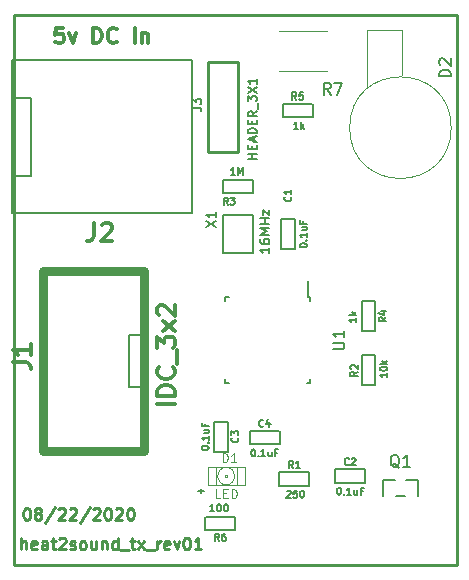
<source format=gbr>
G04 #@! TF.GenerationSoftware,KiCad,Pcbnew,5.1.5-52549c5~86~ubuntu18.04.1*
G04 #@! TF.CreationDate,2020-08-22T22:53:15-07:00*
G04 #@! TF.ProjectId,heat2sound_tx_rev01,68656174-3273-46f7-956e-645f74785f72,rev?*
G04 #@! TF.SameCoordinates,Original*
G04 #@! TF.FileFunction,Legend,Top*
G04 #@! TF.FilePolarity,Positive*
%FSLAX46Y46*%
G04 Gerber Fmt 4.6, Leading zero omitted, Abs format (unit mm)*
G04 Created by KiCad (PCBNEW 5.1.5-52549c5~86~ubuntu18.04.1) date 2020-08-22 22:53:15*
%MOMM*%
%LPD*%
G04 APERTURE LIST*
%ADD10C,0.254000*%
%ADD11C,0.250000*%
%ADD12C,0.304800*%
%ADD13C,0.150000*%
%ADD14C,0.120000*%
%ADD15C,0.127000*%
%ADD16C,0.200660*%
%ADD17C,0.762000*%
%ADD18C,0.101600*%
%ADD19C,0.066040*%
%ADD20C,0.190500*%
%ADD21C,0.088900*%
G04 APERTURE END LIST*
D10*
X152250000Y-144750000D02*
X152250000Y-98250000D01*
X189750000Y-144750000D02*
X152250000Y-144750000D01*
X189750000Y-98250000D02*
X189750000Y-144750000D01*
X152250000Y-98250000D02*
X189750000Y-98250000D01*
D11*
X153321428Y-139952380D02*
X153416666Y-139952380D01*
X153511904Y-140000000D01*
X153559523Y-140047619D01*
X153607142Y-140142857D01*
X153654761Y-140333333D01*
X153654761Y-140571428D01*
X153607142Y-140761904D01*
X153559523Y-140857142D01*
X153511904Y-140904761D01*
X153416666Y-140952380D01*
X153321428Y-140952380D01*
X153226190Y-140904761D01*
X153178571Y-140857142D01*
X153130952Y-140761904D01*
X153083333Y-140571428D01*
X153083333Y-140333333D01*
X153130952Y-140142857D01*
X153178571Y-140047619D01*
X153226190Y-140000000D01*
X153321428Y-139952380D01*
X154226190Y-140380952D02*
X154130952Y-140333333D01*
X154083333Y-140285714D01*
X154035714Y-140190476D01*
X154035714Y-140142857D01*
X154083333Y-140047619D01*
X154130952Y-140000000D01*
X154226190Y-139952380D01*
X154416666Y-139952380D01*
X154511904Y-140000000D01*
X154559523Y-140047619D01*
X154607142Y-140142857D01*
X154607142Y-140190476D01*
X154559523Y-140285714D01*
X154511904Y-140333333D01*
X154416666Y-140380952D01*
X154226190Y-140380952D01*
X154130952Y-140428571D01*
X154083333Y-140476190D01*
X154035714Y-140571428D01*
X154035714Y-140761904D01*
X154083333Y-140857142D01*
X154130952Y-140904761D01*
X154226190Y-140952380D01*
X154416666Y-140952380D01*
X154511904Y-140904761D01*
X154559523Y-140857142D01*
X154607142Y-140761904D01*
X154607142Y-140571428D01*
X154559523Y-140476190D01*
X154511904Y-140428571D01*
X154416666Y-140380952D01*
X155750000Y-139904761D02*
X154892857Y-141190476D01*
X156035714Y-140047619D02*
X156083333Y-140000000D01*
X156178571Y-139952380D01*
X156416666Y-139952380D01*
X156511904Y-140000000D01*
X156559523Y-140047619D01*
X156607142Y-140142857D01*
X156607142Y-140238095D01*
X156559523Y-140380952D01*
X155988095Y-140952380D01*
X156607142Y-140952380D01*
X156988095Y-140047619D02*
X157035714Y-140000000D01*
X157130952Y-139952380D01*
X157369047Y-139952380D01*
X157464285Y-140000000D01*
X157511904Y-140047619D01*
X157559523Y-140142857D01*
X157559523Y-140238095D01*
X157511904Y-140380952D01*
X156940476Y-140952380D01*
X157559523Y-140952380D01*
X158702380Y-139904761D02*
X157845238Y-141190476D01*
X158988095Y-140047619D02*
X159035714Y-140000000D01*
X159130952Y-139952380D01*
X159369047Y-139952380D01*
X159464285Y-140000000D01*
X159511904Y-140047619D01*
X159559523Y-140142857D01*
X159559523Y-140238095D01*
X159511904Y-140380952D01*
X158940476Y-140952380D01*
X159559523Y-140952380D01*
X160178571Y-139952380D02*
X160273809Y-139952380D01*
X160369047Y-140000000D01*
X160416666Y-140047619D01*
X160464285Y-140142857D01*
X160511904Y-140333333D01*
X160511904Y-140571428D01*
X160464285Y-140761904D01*
X160416666Y-140857142D01*
X160369047Y-140904761D01*
X160273809Y-140952380D01*
X160178571Y-140952380D01*
X160083333Y-140904761D01*
X160035714Y-140857142D01*
X159988095Y-140761904D01*
X159940476Y-140571428D01*
X159940476Y-140333333D01*
X159988095Y-140142857D01*
X160035714Y-140047619D01*
X160083333Y-140000000D01*
X160178571Y-139952380D01*
X160892857Y-140047619D02*
X160940476Y-140000000D01*
X161035714Y-139952380D01*
X161273809Y-139952380D01*
X161369047Y-140000000D01*
X161416666Y-140047619D01*
X161464285Y-140142857D01*
X161464285Y-140238095D01*
X161416666Y-140380952D01*
X160845238Y-140952380D01*
X161464285Y-140952380D01*
X162083333Y-139952380D02*
X162178571Y-139952380D01*
X162273809Y-140000000D01*
X162321428Y-140047619D01*
X162369047Y-140142857D01*
X162416666Y-140333333D01*
X162416666Y-140571428D01*
X162369047Y-140761904D01*
X162321428Y-140857142D01*
X162273809Y-140904761D01*
X162178571Y-140952380D01*
X162083333Y-140952380D01*
X161988095Y-140904761D01*
X161940476Y-140857142D01*
X161892857Y-140761904D01*
X161845238Y-140571428D01*
X161845238Y-140333333D01*
X161892857Y-140142857D01*
X161940476Y-140047619D01*
X161988095Y-140000000D01*
X162083333Y-139952380D01*
X152904761Y-143452380D02*
X152904761Y-142452380D01*
X153333333Y-143452380D02*
X153333333Y-142928571D01*
X153285714Y-142833333D01*
X153190476Y-142785714D01*
X153047619Y-142785714D01*
X152952380Y-142833333D01*
X152904761Y-142880952D01*
X154190476Y-143404761D02*
X154095238Y-143452380D01*
X153904761Y-143452380D01*
X153809523Y-143404761D01*
X153761904Y-143309523D01*
X153761904Y-142928571D01*
X153809523Y-142833333D01*
X153904761Y-142785714D01*
X154095238Y-142785714D01*
X154190476Y-142833333D01*
X154238095Y-142928571D01*
X154238095Y-143023809D01*
X153761904Y-143119047D01*
X155095238Y-143452380D02*
X155095238Y-142928571D01*
X155047619Y-142833333D01*
X154952380Y-142785714D01*
X154761904Y-142785714D01*
X154666666Y-142833333D01*
X155095238Y-143404761D02*
X155000000Y-143452380D01*
X154761904Y-143452380D01*
X154666666Y-143404761D01*
X154619047Y-143309523D01*
X154619047Y-143214285D01*
X154666666Y-143119047D01*
X154761904Y-143071428D01*
X155000000Y-143071428D01*
X155095238Y-143023809D01*
X155428571Y-142785714D02*
X155809523Y-142785714D01*
X155571428Y-142452380D02*
X155571428Y-143309523D01*
X155619047Y-143404761D01*
X155714285Y-143452380D01*
X155809523Y-143452380D01*
X156095238Y-142547619D02*
X156142857Y-142500000D01*
X156238095Y-142452380D01*
X156476190Y-142452380D01*
X156571428Y-142500000D01*
X156619047Y-142547619D01*
X156666666Y-142642857D01*
X156666666Y-142738095D01*
X156619047Y-142880952D01*
X156047619Y-143452380D01*
X156666666Y-143452380D01*
X157047619Y-143404761D02*
X157142857Y-143452380D01*
X157333333Y-143452380D01*
X157428571Y-143404761D01*
X157476190Y-143309523D01*
X157476190Y-143261904D01*
X157428571Y-143166666D01*
X157333333Y-143119047D01*
X157190476Y-143119047D01*
X157095238Y-143071428D01*
X157047619Y-142976190D01*
X157047619Y-142928571D01*
X157095238Y-142833333D01*
X157190476Y-142785714D01*
X157333333Y-142785714D01*
X157428571Y-142833333D01*
X158047619Y-143452380D02*
X157952380Y-143404761D01*
X157904761Y-143357142D01*
X157857142Y-143261904D01*
X157857142Y-142976190D01*
X157904761Y-142880952D01*
X157952380Y-142833333D01*
X158047619Y-142785714D01*
X158190476Y-142785714D01*
X158285714Y-142833333D01*
X158333333Y-142880952D01*
X158380952Y-142976190D01*
X158380952Y-143261904D01*
X158333333Y-143357142D01*
X158285714Y-143404761D01*
X158190476Y-143452380D01*
X158047619Y-143452380D01*
X159238095Y-142785714D02*
X159238095Y-143452380D01*
X158809523Y-142785714D02*
X158809523Y-143309523D01*
X158857142Y-143404761D01*
X158952380Y-143452380D01*
X159095238Y-143452380D01*
X159190476Y-143404761D01*
X159238095Y-143357142D01*
X159714285Y-142785714D02*
X159714285Y-143452380D01*
X159714285Y-142880952D02*
X159761904Y-142833333D01*
X159857142Y-142785714D01*
X160000000Y-142785714D01*
X160095238Y-142833333D01*
X160142857Y-142928571D01*
X160142857Y-143452380D01*
X161047619Y-143452380D02*
X161047619Y-142452380D01*
X161047619Y-143404761D02*
X160952380Y-143452380D01*
X160761904Y-143452380D01*
X160666666Y-143404761D01*
X160619047Y-143357142D01*
X160571428Y-143261904D01*
X160571428Y-142976190D01*
X160619047Y-142880952D01*
X160666666Y-142833333D01*
X160761904Y-142785714D01*
X160952380Y-142785714D01*
X161047619Y-142833333D01*
X161285714Y-143547619D02*
X162047619Y-143547619D01*
X162142857Y-142785714D02*
X162523809Y-142785714D01*
X162285714Y-142452380D02*
X162285714Y-143309523D01*
X162333333Y-143404761D01*
X162428571Y-143452380D01*
X162523809Y-143452380D01*
X162761904Y-143452380D02*
X163285714Y-142785714D01*
X162761904Y-142785714D02*
X163285714Y-143452380D01*
X163428571Y-143547619D02*
X164190476Y-143547619D01*
X164428571Y-143452380D02*
X164428571Y-142785714D01*
X164428571Y-142976190D02*
X164476190Y-142880952D01*
X164523809Y-142833333D01*
X164619047Y-142785714D01*
X164714285Y-142785714D01*
X165428571Y-143404761D02*
X165333333Y-143452380D01*
X165142857Y-143452380D01*
X165047619Y-143404761D01*
X165000000Y-143309523D01*
X165000000Y-142928571D01*
X165047619Y-142833333D01*
X165142857Y-142785714D01*
X165333333Y-142785714D01*
X165428571Y-142833333D01*
X165476190Y-142928571D01*
X165476190Y-143023809D01*
X165000000Y-143119047D01*
X165809523Y-142785714D02*
X166047619Y-143452380D01*
X166285714Y-142785714D01*
X166857142Y-142452380D02*
X166952380Y-142452380D01*
X167047619Y-142500000D01*
X167095238Y-142547619D01*
X167142857Y-142642857D01*
X167190476Y-142833333D01*
X167190476Y-143071428D01*
X167142857Y-143261904D01*
X167095238Y-143357142D01*
X167047619Y-143404761D01*
X166952380Y-143452380D01*
X166857142Y-143452380D01*
X166761904Y-143404761D01*
X166714285Y-143357142D01*
X166666666Y-143261904D01*
X166619047Y-143071428D01*
X166619047Y-142833333D01*
X166666666Y-142642857D01*
X166714285Y-142547619D01*
X166761904Y-142500000D01*
X166857142Y-142452380D01*
X168142857Y-143452380D02*
X167571428Y-143452380D01*
X167857142Y-143452380D02*
X167857142Y-142452380D01*
X167761904Y-142595238D01*
X167666666Y-142690476D01*
X167571428Y-142738095D01*
D12*
X156454047Y-99304523D02*
X155849285Y-99304523D01*
X155788809Y-99909285D01*
X155849285Y-99848809D01*
X155970238Y-99788333D01*
X156272619Y-99788333D01*
X156393571Y-99848809D01*
X156454047Y-99909285D01*
X156514523Y-100030238D01*
X156514523Y-100332619D01*
X156454047Y-100453571D01*
X156393571Y-100514047D01*
X156272619Y-100574523D01*
X155970238Y-100574523D01*
X155849285Y-100514047D01*
X155788809Y-100453571D01*
X156937857Y-99727857D02*
X157240238Y-100574523D01*
X157542619Y-99727857D01*
X158994047Y-100574523D02*
X158994047Y-99304523D01*
X159296428Y-99304523D01*
X159477857Y-99365000D01*
X159598809Y-99485952D01*
X159659285Y-99606904D01*
X159719761Y-99848809D01*
X159719761Y-100030238D01*
X159659285Y-100272142D01*
X159598809Y-100393095D01*
X159477857Y-100514047D01*
X159296428Y-100574523D01*
X158994047Y-100574523D01*
X160989761Y-100453571D02*
X160929285Y-100514047D01*
X160747857Y-100574523D01*
X160626904Y-100574523D01*
X160445476Y-100514047D01*
X160324523Y-100393095D01*
X160264047Y-100272142D01*
X160203571Y-100030238D01*
X160203571Y-99848809D01*
X160264047Y-99606904D01*
X160324523Y-99485952D01*
X160445476Y-99365000D01*
X160626904Y-99304523D01*
X160747857Y-99304523D01*
X160929285Y-99365000D01*
X160989761Y-99425476D01*
X162501666Y-100574523D02*
X162501666Y-99304523D01*
X163106428Y-99727857D02*
X163106428Y-100574523D01*
X163106428Y-99848809D02*
X163166904Y-99788333D01*
X163287857Y-99727857D01*
X163469285Y-99727857D01*
X163590238Y-99788333D01*
X163650714Y-99909285D01*
X163650714Y-100574523D01*
D13*
X177150000Y-122125000D02*
X177150000Y-120700000D01*
X177375000Y-129375000D02*
X177375000Y-129050000D01*
X170125000Y-129375000D02*
X170125000Y-129050000D01*
X170125000Y-122125000D02*
X170125000Y-122450000D01*
X177375000Y-122125000D02*
X177375000Y-122450000D01*
X170125000Y-122125000D02*
X170450000Y-122125000D01*
X170125000Y-129375000D02*
X170450000Y-129375000D01*
X177375000Y-129375000D02*
X177050000Y-129375000D01*
X177375000Y-122125000D02*
X177150000Y-122125000D01*
X172500000Y-118350000D02*
X170000000Y-118350000D01*
X172500000Y-115150000D02*
X172500000Y-118350000D01*
X170000000Y-115150000D02*
X172500000Y-115150000D01*
X170000000Y-118350000D02*
X170000000Y-115150000D01*
D14*
X174697936Y-102960000D02*
X178802064Y-102960000D01*
X174697936Y-99540000D02*
X178802064Y-99540000D01*
D15*
X168500000Y-140680000D02*
X171000000Y-140680000D01*
X171000000Y-141820000D02*
X168500000Y-141820000D01*
X168480000Y-141820000D02*
X168480000Y-140680000D01*
X171020000Y-141820000D02*
X171020000Y-140680000D01*
X177550000Y-106870000D02*
X175050000Y-106870000D01*
X175050000Y-105730000D02*
X177550000Y-105730000D01*
X177570000Y-105730000D02*
X177570000Y-106870000D01*
X175030000Y-105730000D02*
X175030000Y-106870000D01*
X181730000Y-124950000D02*
X181730000Y-122450000D01*
X182870000Y-122450000D02*
X182870000Y-124950000D01*
X182870000Y-124970000D02*
X181730000Y-124970000D01*
X182870000Y-122430000D02*
X181730000Y-122430000D01*
X170000000Y-112180000D02*
X172500000Y-112180000D01*
X172500000Y-113320000D02*
X170000000Y-113320000D01*
X169980000Y-113320000D02*
X169980000Y-112180000D01*
X172520000Y-113320000D02*
X172520000Y-112180000D01*
X182870000Y-127050000D02*
X182870000Y-129550000D01*
X181730000Y-129550000D02*
X181730000Y-127050000D01*
X181730000Y-127030000D02*
X182870000Y-127030000D01*
X181730000Y-129570000D02*
X182870000Y-129570000D01*
X177250000Y-138070000D02*
X174750000Y-138070000D01*
X174750000Y-136930000D02*
X177250000Y-136930000D01*
X177270000Y-136930000D02*
X177270000Y-138070000D01*
X174730000Y-136930000D02*
X174730000Y-138070000D01*
D13*
X186450000Y-137600000D02*
X186450000Y-138900000D01*
X183550000Y-137600000D02*
X184500000Y-137600000D01*
X183550000Y-138900000D02*
X183550000Y-137600000D01*
X185500000Y-137600000D02*
X186450000Y-137600000D01*
X184600000Y-138900000D02*
X185400000Y-138900000D01*
D10*
X171285240Y-109810000D02*
X168724920Y-109810000D01*
X171285240Y-102190000D02*
X171285240Y-109810000D01*
X168730000Y-102190000D02*
X171270000Y-102190000D01*
X168730000Y-102190000D02*
X168730000Y-109810000D01*
D16*
X167349680Y-101997600D02*
X167349680Y-115002400D01*
X152150320Y-101997600D02*
X167349680Y-101997600D01*
X152150320Y-115002400D02*
X152150320Y-101997600D01*
X167349680Y-115002400D02*
X152150320Y-115002400D01*
D15*
X153700000Y-105200000D02*
X152175000Y-105200000D01*
X153700000Y-111800000D02*
X153700000Y-105200000D01*
X152150000Y-111800000D02*
X153700000Y-111800000D01*
D17*
X154700000Y-135120000D02*
X154700000Y-119880000D01*
X163300000Y-135120000D02*
X154700000Y-135120000D01*
X163300000Y-119880000D02*
X163300000Y-135120000D01*
X154700000Y-119880000D02*
X163300000Y-119880000D01*
D13*
X162000000Y-125300000D02*
X163000000Y-125300000D01*
X162000000Y-129700000D02*
X162000000Y-125300000D01*
X163000000Y-129700000D02*
X162000000Y-129700000D01*
D14*
X189300000Y-107750000D02*
G75*
G03X189300000Y-107750000I-4300000J0D01*
G01*
X185127000Y-103305000D02*
X185127000Y-99495000D01*
X185127000Y-99495000D02*
X182206000Y-99495000D01*
X182206000Y-99495000D02*
X182206000Y-104321000D01*
D18*
X170798133Y-137748398D02*
G75*
G03X170798640Y-136752160I-548133J498398D01*
G01*
X170797262Y-136750646D02*
G75*
G03X169701360Y-136752160I-547262J-499354D01*
G01*
X169701867Y-136751602D02*
G75*
G03X169701360Y-137747840I548133J-498398D01*
G01*
X169702738Y-137749354D02*
G75*
G03X170798640Y-137747840I547262J499354D01*
G01*
X171799400Y-136500700D02*
X171799400Y-137999300D01*
X168700600Y-136500700D02*
X171799400Y-136500700D01*
X168700600Y-137999300D02*
X168700600Y-136500700D01*
X171799400Y-137999300D02*
X168700600Y-137999300D01*
D19*
X169350840Y-136701360D02*
X169350840Y-136551500D01*
X169350840Y-137948500D02*
X169350840Y-136752160D01*
X171149160Y-136701360D02*
X171149160Y-136551500D01*
X171149160Y-137948500D02*
X171149160Y-136752160D01*
X170150940Y-137349060D02*
X170150940Y-137150940D01*
X170150940Y-137150940D02*
X170349060Y-137150940D01*
X170349060Y-137349060D02*
X170349060Y-137150940D01*
X170150940Y-137349060D02*
X170349060Y-137349060D01*
D13*
X168130000Y-138310000D02*
X168130000Y-138710000D01*
X168400000Y-138500000D02*
X167850000Y-138500000D01*
D15*
X172230000Y-134570000D02*
X172230000Y-133430000D01*
X174750000Y-134570000D02*
X172250000Y-134570000D01*
X174770000Y-133430000D02*
X174770000Y-134570000D01*
X172250000Y-133430000D02*
X174750000Y-133430000D01*
X169230000Y-132630000D02*
X170370000Y-132630000D01*
X169230000Y-135150000D02*
X169230000Y-132650000D01*
X170370000Y-135170000D02*
X169230000Y-135170000D01*
X170370000Y-132650000D02*
X170370000Y-135150000D01*
X179480000Y-137820000D02*
X179480000Y-136680000D01*
X182000000Y-137820000D02*
X179500000Y-137820000D01*
X182020000Y-136680000D02*
X182020000Y-137820000D01*
X179500000Y-136680000D02*
X182000000Y-136680000D01*
X176070000Y-118020000D02*
X174930000Y-118020000D01*
X176070000Y-115500000D02*
X176070000Y-118000000D01*
X174930000Y-115480000D02*
X176070000Y-115480000D01*
X174930000Y-118000000D02*
X174930000Y-115500000D01*
D13*
X179252380Y-126511904D02*
X180061904Y-126511904D01*
X180157142Y-126464285D01*
X180204761Y-126416666D01*
X180252380Y-126321428D01*
X180252380Y-126130952D01*
X180204761Y-126035714D01*
X180157142Y-125988095D01*
X180061904Y-125940476D01*
X179252380Y-125940476D01*
X180252380Y-124940476D02*
X180252380Y-125511904D01*
X180252380Y-125226190D02*
X179252380Y-125226190D01*
X179395238Y-125321428D01*
X179490476Y-125416666D01*
X179538095Y-125511904D01*
X168561904Y-116147619D02*
X169361904Y-115614285D01*
X168561904Y-115614285D02*
X169361904Y-116147619D01*
X169361904Y-114890476D02*
X169361904Y-115347619D01*
X169361904Y-115119047D02*
X168561904Y-115119047D01*
X168676190Y-115195238D01*
X168752380Y-115271428D01*
X168790476Y-115347619D01*
X173911904Y-117902380D02*
X173911904Y-118359523D01*
X173911904Y-118130952D02*
X173111904Y-118130952D01*
X173226190Y-118207142D01*
X173302380Y-118283333D01*
X173340476Y-118359523D01*
X173111904Y-117216666D02*
X173111904Y-117369047D01*
X173150000Y-117445238D01*
X173188095Y-117483333D01*
X173302380Y-117559523D01*
X173454761Y-117597619D01*
X173759523Y-117597619D01*
X173835714Y-117559523D01*
X173873809Y-117521428D01*
X173911904Y-117445238D01*
X173911904Y-117292857D01*
X173873809Y-117216666D01*
X173835714Y-117178571D01*
X173759523Y-117140476D01*
X173569047Y-117140476D01*
X173492857Y-117178571D01*
X173454761Y-117216666D01*
X173416666Y-117292857D01*
X173416666Y-117445238D01*
X173454761Y-117521428D01*
X173492857Y-117559523D01*
X173569047Y-117597619D01*
X173911904Y-116797619D02*
X173111904Y-116797619D01*
X173683333Y-116530952D01*
X173111904Y-116264285D01*
X173911904Y-116264285D01*
X173911904Y-115883333D02*
X173111904Y-115883333D01*
X173492857Y-115883333D02*
X173492857Y-115426190D01*
X173911904Y-115426190D02*
X173111904Y-115426190D01*
X173378571Y-115121428D02*
X173378571Y-114702380D01*
X173911904Y-115121428D01*
X173911904Y-114702380D01*
X179083333Y-104952380D02*
X178750000Y-104476190D01*
X178511904Y-104952380D02*
X178511904Y-103952380D01*
X178892857Y-103952380D01*
X178988095Y-104000000D01*
X179035714Y-104047619D01*
X179083333Y-104142857D01*
X179083333Y-104285714D01*
X179035714Y-104380952D01*
X178988095Y-104428571D01*
X178892857Y-104476190D01*
X178511904Y-104476190D01*
X179416666Y-103952380D02*
X180083333Y-103952380D01*
X179654761Y-104952380D01*
X169650000Y-142721428D02*
X169450000Y-142435714D01*
X169307142Y-142721428D02*
X169307142Y-142121428D01*
X169535714Y-142121428D01*
X169592857Y-142150000D01*
X169621428Y-142178571D01*
X169650000Y-142235714D01*
X169650000Y-142321428D01*
X169621428Y-142378571D01*
X169592857Y-142407142D01*
X169535714Y-142435714D01*
X169307142Y-142435714D01*
X170164285Y-142121428D02*
X170050000Y-142121428D01*
X169992857Y-142150000D01*
X169964285Y-142178571D01*
X169907142Y-142264285D01*
X169878571Y-142378571D01*
X169878571Y-142607142D01*
X169907142Y-142664285D01*
X169935714Y-142692857D01*
X169992857Y-142721428D01*
X170107142Y-142721428D01*
X170164285Y-142692857D01*
X170192857Y-142664285D01*
X170221428Y-142607142D01*
X170221428Y-142464285D01*
X170192857Y-142407142D01*
X170164285Y-142378571D01*
X170107142Y-142350000D01*
X169992857Y-142350000D01*
X169935714Y-142378571D01*
X169907142Y-142407142D01*
X169878571Y-142464285D01*
X169250000Y-140221428D02*
X168907142Y-140221428D01*
X169078571Y-140221428D02*
X169078571Y-139621428D01*
X169021428Y-139707142D01*
X168964285Y-139764285D01*
X168907142Y-139792857D01*
X169621428Y-139621428D02*
X169678571Y-139621428D01*
X169735714Y-139650000D01*
X169764285Y-139678571D01*
X169792857Y-139735714D01*
X169821428Y-139850000D01*
X169821428Y-139992857D01*
X169792857Y-140107142D01*
X169764285Y-140164285D01*
X169735714Y-140192857D01*
X169678571Y-140221428D01*
X169621428Y-140221428D01*
X169564285Y-140192857D01*
X169535714Y-140164285D01*
X169507142Y-140107142D01*
X169478571Y-139992857D01*
X169478571Y-139850000D01*
X169507142Y-139735714D01*
X169535714Y-139678571D01*
X169564285Y-139650000D01*
X169621428Y-139621428D01*
X170192857Y-139621428D02*
X170250000Y-139621428D01*
X170307142Y-139650000D01*
X170335714Y-139678571D01*
X170364285Y-139735714D01*
X170392857Y-139850000D01*
X170392857Y-139992857D01*
X170364285Y-140107142D01*
X170335714Y-140164285D01*
X170307142Y-140192857D01*
X170250000Y-140221428D01*
X170192857Y-140221428D01*
X170135714Y-140192857D01*
X170107142Y-140164285D01*
X170078571Y-140107142D01*
X170050000Y-139992857D01*
X170050000Y-139850000D01*
X170078571Y-139735714D01*
X170107142Y-139678571D01*
X170135714Y-139650000D01*
X170192857Y-139621428D01*
X176200000Y-105371428D02*
X176000000Y-105085714D01*
X175857142Y-105371428D02*
X175857142Y-104771428D01*
X176085714Y-104771428D01*
X176142857Y-104800000D01*
X176171428Y-104828571D01*
X176200000Y-104885714D01*
X176200000Y-104971428D01*
X176171428Y-105028571D01*
X176142857Y-105057142D01*
X176085714Y-105085714D01*
X175857142Y-105085714D01*
X176742857Y-104771428D02*
X176457142Y-104771428D01*
X176428571Y-105057142D01*
X176457142Y-105028571D01*
X176514285Y-105000000D01*
X176657142Y-105000000D01*
X176714285Y-105028571D01*
X176742857Y-105057142D01*
X176771428Y-105114285D01*
X176771428Y-105257142D01*
X176742857Y-105314285D01*
X176714285Y-105342857D01*
X176657142Y-105371428D01*
X176514285Y-105371428D01*
X176457142Y-105342857D01*
X176428571Y-105314285D01*
X176328571Y-107871428D02*
X175985714Y-107871428D01*
X176157142Y-107871428D02*
X176157142Y-107271428D01*
X176100000Y-107357142D01*
X176042857Y-107414285D01*
X175985714Y-107442857D01*
X176585714Y-107871428D02*
X176585714Y-107271428D01*
X176642857Y-107642857D02*
X176814285Y-107871428D01*
X176814285Y-107471428D02*
X176585714Y-107700000D01*
X183771428Y-123800000D02*
X183485714Y-124000000D01*
X183771428Y-124142857D02*
X183171428Y-124142857D01*
X183171428Y-123914285D01*
X183200000Y-123857142D01*
X183228571Y-123828571D01*
X183285714Y-123800000D01*
X183371428Y-123800000D01*
X183428571Y-123828571D01*
X183457142Y-123857142D01*
X183485714Y-123914285D01*
X183485714Y-124142857D01*
X183371428Y-123285714D02*
X183771428Y-123285714D01*
X183142857Y-123428571D02*
X183571428Y-123571428D01*
X183571428Y-123200000D01*
X181271428Y-123871428D02*
X181271428Y-124214285D01*
X181271428Y-124042857D02*
X180671428Y-124042857D01*
X180757142Y-124100000D01*
X180814285Y-124157142D01*
X180842857Y-124214285D01*
X181271428Y-123614285D02*
X180671428Y-123614285D01*
X181042857Y-123557142D02*
X181271428Y-123385714D01*
X180871428Y-123385714D02*
X181100000Y-123614285D01*
X170400000Y-114271428D02*
X170200000Y-113985714D01*
X170057142Y-114271428D02*
X170057142Y-113671428D01*
X170285714Y-113671428D01*
X170342857Y-113700000D01*
X170371428Y-113728571D01*
X170400000Y-113785714D01*
X170400000Y-113871428D01*
X170371428Y-113928571D01*
X170342857Y-113957142D01*
X170285714Y-113985714D01*
X170057142Y-113985714D01*
X170600000Y-113671428D02*
X170971428Y-113671428D01*
X170771428Y-113900000D01*
X170857142Y-113900000D01*
X170914285Y-113928571D01*
X170942857Y-113957142D01*
X170971428Y-114014285D01*
X170971428Y-114157142D01*
X170942857Y-114214285D01*
X170914285Y-114242857D01*
X170857142Y-114271428D01*
X170685714Y-114271428D01*
X170628571Y-114242857D01*
X170600000Y-114214285D01*
X170978571Y-111721428D02*
X170635714Y-111721428D01*
X170807142Y-111721428D02*
X170807142Y-111121428D01*
X170750000Y-111207142D01*
X170692857Y-111264285D01*
X170635714Y-111292857D01*
X171235714Y-111721428D02*
X171235714Y-111121428D01*
X171435714Y-111550000D01*
X171635714Y-111121428D01*
X171635714Y-111721428D01*
X181371428Y-128400000D02*
X181085714Y-128600000D01*
X181371428Y-128742857D02*
X180771428Y-128742857D01*
X180771428Y-128514285D01*
X180800000Y-128457142D01*
X180828571Y-128428571D01*
X180885714Y-128400000D01*
X180971428Y-128400000D01*
X181028571Y-128428571D01*
X181057142Y-128457142D01*
X181085714Y-128514285D01*
X181085714Y-128742857D01*
X180828571Y-128171428D02*
X180800000Y-128142857D01*
X180771428Y-128085714D01*
X180771428Y-127942857D01*
X180800000Y-127885714D01*
X180828571Y-127857142D01*
X180885714Y-127828571D01*
X180942857Y-127828571D01*
X181028571Y-127857142D01*
X181371428Y-128200000D01*
X181371428Y-127828571D01*
X183871428Y-128557142D02*
X183871428Y-128900000D01*
X183871428Y-128728571D02*
X183271428Y-128728571D01*
X183357142Y-128785714D01*
X183414285Y-128842857D01*
X183442857Y-128900000D01*
X183271428Y-128185714D02*
X183271428Y-128128571D01*
X183300000Y-128071428D01*
X183328571Y-128042857D01*
X183385714Y-128014285D01*
X183500000Y-127985714D01*
X183642857Y-127985714D01*
X183757142Y-128014285D01*
X183814285Y-128042857D01*
X183842857Y-128071428D01*
X183871428Y-128128571D01*
X183871428Y-128185714D01*
X183842857Y-128242857D01*
X183814285Y-128271428D01*
X183757142Y-128300000D01*
X183642857Y-128328571D01*
X183500000Y-128328571D01*
X183385714Y-128300000D01*
X183328571Y-128271428D01*
X183300000Y-128242857D01*
X183271428Y-128185714D01*
X183871428Y-127728571D02*
X183271428Y-127728571D01*
X183642857Y-127671428D02*
X183871428Y-127500000D01*
X183471428Y-127500000D02*
X183700000Y-127728571D01*
X175900000Y-136571428D02*
X175700000Y-136285714D01*
X175557142Y-136571428D02*
X175557142Y-135971428D01*
X175785714Y-135971428D01*
X175842857Y-136000000D01*
X175871428Y-136028571D01*
X175900000Y-136085714D01*
X175900000Y-136171428D01*
X175871428Y-136228571D01*
X175842857Y-136257142D01*
X175785714Y-136285714D01*
X175557142Y-136285714D01*
X176471428Y-136571428D02*
X176128571Y-136571428D01*
X176300000Y-136571428D02*
X176300000Y-135971428D01*
X176242857Y-136057142D01*
X176185714Y-136114285D01*
X176128571Y-136142857D01*
X175357142Y-138528571D02*
X175385714Y-138500000D01*
X175442857Y-138471428D01*
X175585714Y-138471428D01*
X175642857Y-138500000D01*
X175671428Y-138528571D01*
X175700000Y-138585714D01*
X175700000Y-138642857D01*
X175671428Y-138728571D01*
X175328571Y-139071428D01*
X175700000Y-139071428D01*
X176242857Y-138471428D02*
X175957142Y-138471428D01*
X175928571Y-138757142D01*
X175957142Y-138728571D01*
X176014285Y-138700000D01*
X176157142Y-138700000D01*
X176214285Y-138728571D01*
X176242857Y-138757142D01*
X176271428Y-138814285D01*
X176271428Y-138957142D01*
X176242857Y-139014285D01*
X176214285Y-139042857D01*
X176157142Y-139071428D01*
X176014285Y-139071428D01*
X175957142Y-139042857D01*
X175928571Y-139014285D01*
X176642857Y-138471428D02*
X176700000Y-138471428D01*
X176757142Y-138500000D01*
X176785714Y-138528571D01*
X176814285Y-138585714D01*
X176842857Y-138700000D01*
X176842857Y-138842857D01*
X176814285Y-138957142D01*
X176785714Y-139014285D01*
X176757142Y-139042857D01*
X176700000Y-139071428D01*
X176642857Y-139071428D01*
X176585714Y-139042857D01*
X176557142Y-139014285D01*
X176528571Y-138957142D01*
X176500000Y-138842857D01*
X176500000Y-138700000D01*
X176528571Y-138585714D01*
X176557142Y-138528571D01*
X176585714Y-138500000D01*
X176642857Y-138471428D01*
X184904761Y-136547619D02*
X184809523Y-136500000D01*
X184714285Y-136404761D01*
X184571428Y-136261904D01*
X184476190Y-136214285D01*
X184380952Y-136214285D01*
X184428571Y-136452380D02*
X184333333Y-136404761D01*
X184238095Y-136309523D01*
X184190476Y-136119047D01*
X184190476Y-135785714D01*
X184238095Y-135595238D01*
X184333333Y-135500000D01*
X184428571Y-135452380D01*
X184619047Y-135452380D01*
X184714285Y-135500000D01*
X184809523Y-135595238D01*
X184857142Y-135785714D01*
X184857142Y-136119047D01*
X184809523Y-136309523D01*
X184714285Y-136404761D01*
X184619047Y-136452380D01*
X184428571Y-136452380D01*
X185809523Y-136452380D02*
X185238095Y-136452380D01*
X185523809Y-136452380D02*
X185523809Y-135452380D01*
X185428571Y-135595238D01*
X185333333Y-135690476D01*
X185238095Y-135738095D01*
D20*
X167382714Y-106054000D02*
X167927000Y-106054000D01*
X168035857Y-106090285D01*
X168108428Y-106162857D01*
X168144714Y-106271714D01*
X168144714Y-106344285D01*
X167382714Y-105763714D02*
X167382714Y-105292000D01*
X167673000Y-105546000D01*
X167673000Y-105437142D01*
X167709285Y-105364571D01*
X167745571Y-105328285D01*
X167818142Y-105292000D01*
X167999571Y-105292000D01*
X168072142Y-105328285D01*
X168108428Y-105364571D01*
X168144714Y-105437142D01*
X168144714Y-105654857D01*
X168108428Y-105727428D01*
X168072142Y-105763714D01*
X172844714Y-110374571D02*
X172082714Y-110374571D01*
X172445571Y-110374571D02*
X172445571Y-109939142D01*
X172844714Y-109939142D02*
X172082714Y-109939142D01*
X172445571Y-109576285D02*
X172445571Y-109322285D01*
X172844714Y-109213428D02*
X172844714Y-109576285D01*
X172082714Y-109576285D01*
X172082714Y-109213428D01*
X172627000Y-108923142D02*
X172627000Y-108560285D01*
X172844714Y-108995714D02*
X172082714Y-108741714D01*
X172844714Y-108487714D01*
X172844714Y-108233714D02*
X172082714Y-108233714D01*
X172082714Y-108052285D01*
X172119000Y-107943428D01*
X172191571Y-107870857D01*
X172264142Y-107834571D01*
X172409285Y-107798285D01*
X172518142Y-107798285D01*
X172663285Y-107834571D01*
X172735857Y-107870857D01*
X172808428Y-107943428D01*
X172844714Y-108052285D01*
X172844714Y-108233714D01*
X172445571Y-107471714D02*
X172445571Y-107217714D01*
X172844714Y-107108857D02*
X172844714Y-107471714D01*
X172082714Y-107471714D01*
X172082714Y-107108857D01*
X172844714Y-106346857D02*
X172481857Y-106600857D01*
X172844714Y-106782285D02*
X172082714Y-106782285D01*
X172082714Y-106492000D01*
X172119000Y-106419428D01*
X172155285Y-106383142D01*
X172227857Y-106346857D01*
X172336714Y-106346857D01*
X172409285Y-106383142D01*
X172445571Y-106419428D01*
X172481857Y-106492000D01*
X172481857Y-106782285D01*
X172917285Y-106201714D02*
X172917285Y-105621142D01*
X172082714Y-105512285D02*
X172082714Y-105040571D01*
X172373000Y-105294571D01*
X172373000Y-105185714D01*
X172409285Y-105113142D01*
X172445571Y-105076857D01*
X172518142Y-105040571D01*
X172699571Y-105040571D01*
X172772142Y-105076857D01*
X172808428Y-105113142D01*
X172844714Y-105185714D01*
X172844714Y-105403428D01*
X172808428Y-105476000D01*
X172772142Y-105512285D01*
X172082714Y-104786571D02*
X172844714Y-104278571D01*
X172082714Y-104278571D02*
X172844714Y-104786571D01*
X172844714Y-103589142D02*
X172844714Y-104024571D01*
X172844714Y-103806857D02*
X172082714Y-103806857D01*
X172191571Y-103879428D01*
X172264142Y-103952000D01*
X172300428Y-104024571D01*
D12*
X159084520Y-115823908D02*
X159084520Y-116912480D01*
X159011948Y-117130194D01*
X158866805Y-117275337D01*
X158649091Y-117347908D01*
X158503948Y-117347908D01*
X159737662Y-115969051D02*
X159810234Y-115896480D01*
X159955377Y-115823908D01*
X160318234Y-115823908D01*
X160463377Y-115896480D01*
X160535948Y-115969051D01*
X160608520Y-116114194D01*
X160608520Y-116259337D01*
X160535948Y-116477051D01*
X159665091Y-117347908D01*
X160608520Y-117347908D01*
X152196428Y-127627000D02*
X153285000Y-127627000D01*
X153502714Y-127699571D01*
X153647857Y-127844714D01*
X153720428Y-128062428D01*
X153720428Y-128207571D01*
X153720428Y-126103000D02*
X153720428Y-126973857D01*
X153720428Y-126538428D02*
X152196428Y-126538428D01*
X152414142Y-126683571D01*
X152559285Y-126828714D01*
X152631857Y-126973857D01*
X165912428Y-131164857D02*
X164388428Y-131164857D01*
X165912428Y-130439142D02*
X164388428Y-130439142D01*
X164388428Y-130076285D01*
X164461000Y-129858571D01*
X164606142Y-129713428D01*
X164751285Y-129640857D01*
X165041571Y-129568285D01*
X165259285Y-129568285D01*
X165549571Y-129640857D01*
X165694714Y-129713428D01*
X165839857Y-129858571D01*
X165912428Y-130076285D01*
X165912428Y-130439142D01*
X165767285Y-128044285D02*
X165839857Y-128116857D01*
X165912428Y-128334571D01*
X165912428Y-128479714D01*
X165839857Y-128697428D01*
X165694714Y-128842571D01*
X165549571Y-128915142D01*
X165259285Y-128987714D01*
X165041571Y-128987714D01*
X164751285Y-128915142D01*
X164606142Y-128842571D01*
X164461000Y-128697428D01*
X164388428Y-128479714D01*
X164388428Y-128334571D01*
X164461000Y-128116857D01*
X164533571Y-128044285D01*
X166057571Y-127754000D02*
X166057571Y-126592857D01*
X164388428Y-126375142D02*
X164388428Y-125431714D01*
X164969000Y-125939714D01*
X164969000Y-125722000D01*
X165041571Y-125576857D01*
X165114142Y-125504285D01*
X165259285Y-125431714D01*
X165622142Y-125431714D01*
X165767285Y-125504285D01*
X165839857Y-125576857D01*
X165912428Y-125722000D01*
X165912428Y-126157428D01*
X165839857Y-126302571D01*
X165767285Y-126375142D01*
X165912428Y-124923714D02*
X164896428Y-124125428D01*
X164896428Y-124923714D02*
X165912428Y-124125428D01*
X164533571Y-123617428D02*
X164461000Y-123544857D01*
X164388428Y-123399714D01*
X164388428Y-123036857D01*
X164461000Y-122891714D01*
X164533571Y-122819142D01*
X164678714Y-122746571D01*
X164823857Y-122746571D01*
X165041571Y-122819142D01*
X165912428Y-123690000D01*
X165912428Y-122746571D01*
D13*
X189262380Y-103408095D02*
X188262380Y-103408095D01*
X188262380Y-103170000D01*
X188310000Y-103027142D01*
X188405238Y-102931904D01*
X188500476Y-102884285D01*
X188690952Y-102836666D01*
X188833809Y-102836666D01*
X189024285Y-102884285D01*
X189119523Y-102931904D01*
X189214761Y-103027142D01*
X189262380Y-103170000D01*
X189262380Y-103408095D01*
X188357619Y-102455714D02*
X188310000Y-102408095D01*
X188262380Y-102312857D01*
X188262380Y-102074761D01*
X188310000Y-101979523D01*
X188357619Y-101931904D01*
X188452857Y-101884285D01*
X188548095Y-101884285D01*
X188690952Y-101931904D01*
X189262380Y-102503333D01*
X189262380Y-101884285D01*
D21*
X169941571Y-136070714D02*
X169941571Y-135308714D01*
X170123000Y-135308714D01*
X170231857Y-135345000D01*
X170304428Y-135417571D01*
X170340714Y-135490142D01*
X170377000Y-135635285D01*
X170377000Y-135744142D01*
X170340714Y-135889285D01*
X170304428Y-135961857D01*
X170231857Y-136034428D01*
X170123000Y-136070714D01*
X169941571Y-136070714D01*
X171102714Y-136070714D02*
X170667285Y-136070714D01*
X170885000Y-136070714D02*
X170885000Y-135308714D01*
X170812428Y-135417571D01*
X170739857Y-135490142D01*
X170667285Y-135526428D01*
X169760142Y-139118714D02*
X169397285Y-139118714D01*
X169397285Y-138356714D01*
X170014142Y-138719571D02*
X170268142Y-138719571D01*
X170377000Y-139118714D02*
X170014142Y-139118714D01*
X170014142Y-138356714D01*
X170377000Y-138356714D01*
X170703571Y-139118714D02*
X170703571Y-138356714D01*
X170885000Y-138356714D01*
X170993857Y-138393000D01*
X171066428Y-138465571D01*
X171102714Y-138538142D01*
X171139000Y-138683285D01*
X171139000Y-138792142D01*
X171102714Y-138937285D01*
X171066428Y-139009857D01*
X170993857Y-139082428D01*
X170885000Y-139118714D01*
X170703571Y-139118714D01*
D13*
X173400000Y-133014285D02*
X173371428Y-133042857D01*
X173285714Y-133071428D01*
X173228571Y-133071428D01*
X173142857Y-133042857D01*
X173085714Y-132985714D01*
X173057142Y-132928571D01*
X173028571Y-132814285D01*
X173028571Y-132728571D01*
X173057142Y-132614285D01*
X173085714Y-132557142D01*
X173142857Y-132500000D01*
X173228571Y-132471428D01*
X173285714Y-132471428D01*
X173371428Y-132500000D01*
X173400000Y-132528571D01*
X173914285Y-132671428D02*
X173914285Y-133071428D01*
X173771428Y-132442857D02*
X173628571Y-132871428D01*
X174000000Y-132871428D01*
X172514285Y-134971428D02*
X172571428Y-134971428D01*
X172628571Y-135000000D01*
X172657142Y-135028571D01*
X172685714Y-135085714D01*
X172714285Y-135200000D01*
X172714285Y-135342857D01*
X172685714Y-135457142D01*
X172657142Y-135514285D01*
X172628571Y-135542857D01*
X172571428Y-135571428D01*
X172514285Y-135571428D01*
X172457142Y-135542857D01*
X172428571Y-135514285D01*
X172400000Y-135457142D01*
X172371428Y-135342857D01*
X172371428Y-135200000D01*
X172400000Y-135085714D01*
X172428571Y-135028571D01*
X172457142Y-135000000D01*
X172514285Y-134971428D01*
X172971428Y-135514285D02*
X173000000Y-135542857D01*
X172971428Y-135571428D01*
X172942857Y-135542857D01*
X172971428Y-135514285D01*
X172971428Y-135571428D01*
X173571428Y-135571428D02*
X173228571Y-135571428D01*
X173400000Y-135571428D02*
X173400000Y-134971428D01*
X173342857Y-135057142D01*
X173285714Y-135114285D01*
X173228571Y-135142857D01*
X174085714Y-135171428D02*
X174085714Y-135571428D01*
X173828571Y-135171428D02*
X173828571Y-135485714D01*
X173857142Y-135542857D01*
X173914285Y-135571428D01*
X174000000Y-135571428D01*
X174057142Y-135542857D01*
X174085714Y-135514285D01*
X174571428Y-135257142D02*
X174371428Y-135257142D01*
X174371428Y-135571428D02*
X174371428Y-134971428D01*
X174657142Y-134971428D01*
X171214285Y-134000000D02*
X171242857Y-134028571D01*
X171271428Y-134114285D01*
X171271428Y-134171428D01*
X171242857Y-134257142D01*
X171185714Y-134314285D01*
X171128571Y-134342857D01*
X171014285Y-134371428D01*
X170928571Y-134371428D01*
X170814285Y-134342857D01*
X170757142Y-134314285D01*
X170700000Y-134257142D01*
X170671428Y-134171428D01*
X170671428Y-134114285D01*
X170700000Y-134028571D01*
X170728571Y-134000000D01*
X170671428Y-133800000D02*
X170671428Y-133428571D01*
X170900000Y-133628571D01*
X170900000Y-133542857D01*
X170928571Y-133485714D01*
X170957142Y-133457142D01*
X171014285Y-133428571D01*
X171157142Y-133428571D01*
X171214285Y-133457142D01*
X171242857Y-133485714D01*
X171271428Y-133542857D01*
X171271428Y-133714285D01*
X171242857Y-133771428D01*
X171214285Y-133800000D01*
X168171428Y-134885714D02*
X168171428Y-134828571D01*
X168200000Y-134771428D01*
X168228571Y-134742857D01*
X168285714Y-134714285D01*
X168400000Y-134685714D01*
X168542857Y-134685714D01*
X168657142Y-134714285D01*
X168714285Y-134742857D01*
X168742857Y-134771428D01*
X168771428Y-134828571D01*
X168771428Y-134885714D01*
X168742857Y-134942857D01*
X168714285Y-134971428D01*
X168657142Y-135000000D01*
X168542857Y-135028571D01*
X168400000Y-135028571D01*
X168285714Y-135000000D01*
X168228571Y-134971428D01*
X168200000Y-134942857D01*
X168171428Y-134885714D01*
X168714285Y-134428571D02*
X168742857Y-134400000D01*
X168771428Y-134428571D01*
X168742857Y-134457142D01*
X168714285Y-134428571D01*
X168771428Y-134428571D01*
X168771428Y-133828571D02*
X168771428Y-134171428D01*
X168771428Y-134000000D02*
X168171428Y-134000000D01*
X168257142Y-134057142D01*
X168314285Y-134114285D01*
X168342857Y-134171428D01*
X168371428Y-133314285D02*
X168771428Y-133314285D01*
X168371428Y-133571428D02*
X168685714Y-133571428D01*
X168742857Y-133542857D01*
X168771428Y-133485714D01*
X168771428Y-133400000D01*
X168742857Y-133342857D01*
X168714285Y-133314285D01*
X168457142Y-132828571D02*
X168457142Y-133028571D01*
X168771428Y-133028571D02*
X168171428Y-133028571D01*
X168171428Y-132742857D01*
X180650000Y-136264285D02*
X180621428Y-136292857D01*
X180535714Y-136321428D01*
X180478571Y-136321428D01*
X180392857Y-136292857D01*
X180335714Y-136235714D01*
X180307142Y-136178571D01*
X180278571Y-136064285D01*
X180278571Y-135978571D01*
X180307142Y-135864285D01*
X180335714Y-135807142D01*
X180392857Y-135750000D01*
X180478571Y-135721428D01*
X180535714Y-135721428D01*
X180621428Y-135750000D01*
X180650000Y-135778571D01*
X180878571Y-135778571D02*
X180907142Y-135750000D01*
X180964285Y-135721428D01*
X181107142Y-135721428D01*
X181164285Y-135750000D01*
X181192857Y-135778571D01*
X181221428Y-135835714D01*
X181221428Y-135892857D01*
X181192857Y-135978571D01*
X180850000Y-136321428D01*
X181221428Y-136321428D01*
X179764285Y-138221428D02*
X179821428Y-138221428D01*
X179878571Y-138250000D01*
X179907142Y-138278571D01*
X179935714Y-138335714D01*
X179964285Y-138450000D01*
X179964285Y-138592857D01*
X179935714Y-138707142D01*
X179907142Y-138764285D01*
X179878571Y-138792857D01*
X179821428Y-138821428D01*
X179764285Y-138821428D01*
X179707142Y-138792857D01*
X179678571Y-138764285D01*
X179650000Y-138707142D01*
X179621428Y-138592857D01*
X179621428Y-138450000D01*
X179650000Y-138335714D01*
X179678571Y-138278571D01*
X179707142Y-138250000D01*
X179764285Y-138221428D01*
X180221428Y-138764285D02*
X180250000Y-138792857D01*
X180221428Y-138821428D01*
X180192857Y-138792857D01*
X180221428Y-138764285D01*
X180221428Y-138821428D01*
X180821428Y-138821428D02*
X180478571Y-138821428D01*
X180650000Y-138821428D02*
X180650000Y-138221428D01*
X180592857Y-138307142D01*
X180535714Y-138364285D01*
X180478571Y-138392857D01*
X181335714Y-138421428D02*
X181335714Y-138821428D01*
X181078571Y-138421428D02*
X181078571Y-138735714D01*
X181107142Y-138792857D01*
X181164285Y-138821428D01*
X181250000Y-138821428D01*
X181307142Y-138792857D01*
X181335714Y-138764285D01*
X181821428Y-138507142D02*
X181621428Y-138507142D01*
X181621428Y-138821428D02*
X181621428Y-138221428D01*
X181907142Y-138221428D01*
X175714285Y-113600000D02*
X175742857Y-113628571D01*
X175771428Y-113714285D01*
X175771428Y-113771428D01*
X175742857Y-113857142D01*
X175685714Y-113914285D01*
X175628571Y-113942857D01*
X175514285Y-113971428D01*
X175428571Y-113971428D01*
X175314285Y-113942857D01*
X175257142Y-113914285D01*
X175200000Y-113857142D01*
X175171428Y-113771428D01*
X175171428Y-113714285D01*
X175200000Y-113628571D01*
X175228571Y-113600000D01*
X175771428Y-113028571D02*
X175771428Y-113371428D01*
X175771428Y-113200000D02*
X175171428Y-113200000D01*
X175257142Y-113257142D01*
X175314285Y-113314285D01*
X175342857Y-113371428D01*
X176471428Y-117735714D02*
X176471428Y-117678571D01*
X176500000Y-117621428D01*
X176528571Y-117592857D01*
X176585714Y-117564285D01*
X176700000Y-117535714D01*
X176842857Y-117535714D01*
X176957142Y-117564285D01*
X177014285Y-117592857D01*
X177042857Y-117621428D01*
X177071428Y-117678571D01*
X177071428Y-117735714D01*
X177042857Y-117792857D01*
X177014285Y-117821428D01*
X176957142Y-117850000D01*
X176842857Y-117878571D01*
X176700000Y-117878571D01*
X176585714Y-117850000D01*
X176528571Y-117821428D01*
X176500000Y-117792857D01*
X176471428Y-117735714D01*
X177014285Y-117278571D02*
X177042857Y-117250000D01*
X177071428Y-117278571D01*
X177042857Y-117307142D01*
X177014285Y-117278571D01*
X177071428Y-117278571D01*
X177071428Y-116678571D02*
X177071428Y-117021428D01*
X177071428Y-116850000D02*
X176471428Y-116850000D01*
X176557142Y-116907142D01*
X176614285Y-116964285D01*
X176642857Y-117021428D01*
X176671428Y-116164285D02*
X177071428Y-116164285D01*
X176671428Y-116421428D02*
X176985714Y-116421428D01*
X177042857Y-116392857D01*
X177071428Y-116335714D01*
X177071428Y-116250000D01*
X177042857Y-116192857D01*
X177014285Y-116164285D01*
X176757142Y-115678571D02*
X176757142Y-115878571D01*
X177071428Y-115878571D02*
X176471428Y-115878571D01*
X176471428Y-115592857D01*
M02*

</source>
